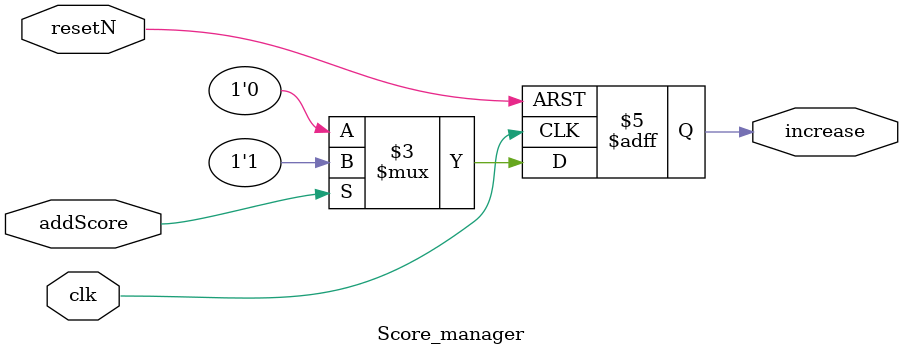
<source format=sv>
module Score_manager (
			input logic clk,
			input logic resetN,
			input logic addScore, // pulse to add score after taking a coin
			
			output logic increase // increase score graphic
);



always_ff@(posedge clk or negedge resetN)
begin
	if(!resetN) begin
			increase <= 1'b0;
	end
	
	else begin
		increase <= 1'b0;
		if (addScore)
			increase <= 1'b1;
	end
end

endmodule

</source>
